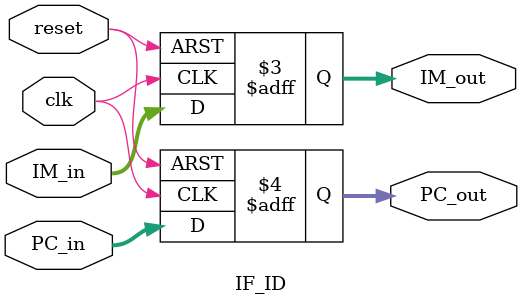
<source format=v>
`timescale 1ns / 1ps


module IF_ID(
input reset,
input clk,
input [31:0]IM_in,
input [31:0]PC_in,
output reg [31:0]IM_out,
output reg [31:0]PC_out
    );
    
    
    always@(posedge clk or negedge reset) begin
        
        if(reset == 0)begin
            IM_out <= 0;
            PC_out <= 0;end
    
        else begin
            IM_out <= IM_in;
            PC_out <= PC_in;end
     end
     
endmodule

</source>
